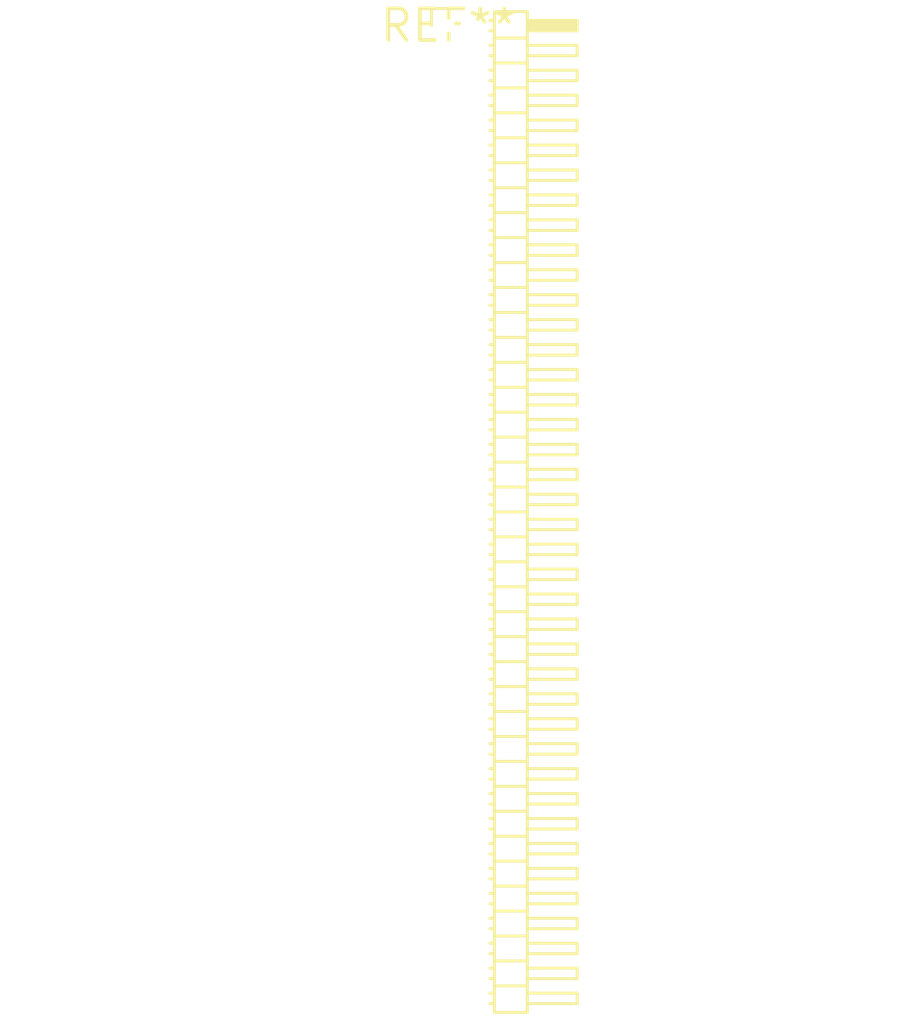
<source format=kicad_pcb>
(kicad_pcb (version 20240108) (generator pcbnew)
  (layers (0 "F.Cu" signal) (31 "B.Cu" signal) (34 "B.Paste" user) (35 "F.Paste" user) (36 "B.SilkS" user "B.Silkscreen") (37 "F.SilkS" user "F.Silkscreen") (38 "B.Mask" user) (39 "F.Mask" user) (44 "Edge.Cuts" user))
  (net 0 "")
  (footprint "PinHeader_2x40_P1.00mm_Horizontal" (layer "F.Cu") (at 0 0)
    (property "Reference" "REF**")
    (property "Value" "PinHeader_2x40_P1.00mm_Horizontal")
    (fp_line (start -0.685 -0.685) (end 0 -0.685) (layer "F.SilkS") (stroke (width 0.12)))
    (fp_line (start -0.685 0) (end -0.685 -0.685) (layer "F.SilkS") (stroke (width 0.12)))
    (fp_line (start 1.652016 -0.21) (end 1.84 -0.21) (layer "F.SilkS") (stroke (width 0.12)))
    (fp_line (start 1.652016 0.21) (end 1.84 0.21) (layer "F.SilkS") (stroke (width 0.12)))
    (fp_line (start 1.652016 0.79) (end 1.84 0.79) (layer "F.SilkS") (stroke (width 0.12)))
    (fp_line (start 1.652016 1.21) (end 1.84 1.21) (layer "F.SilkS") (stroke (width 0.12)))
    (fp_line (start 1.652016 1.79) (end 1.84 1.79) (layer "F.SilkS") (stroke (width 0.12)))
    (fp_line (start 1.652016 2.21) (end 1.84 2.21) (layer "F.SilkS") (stroke (width 0.12)))
    (fp_line (start 1.652016 2.79) (end 1.84 2.79) (layer "F.SilkS") (stroke (width 0.12)))
    (fp_line (start 1.652016 3.21) (end 1.84 3.21) (layer "F.SilkS") (stroke (width 0.12)))
    (fp_line (start 1.652016 3.79) (end 1.84 3.79) (layer "F.SilkS") (stroke (width 0.12)))
    (fp_line (start 1.652016 4.21) (end 1.84 4.21) (layer "F.SilkS") (stroke (width 0.12)))
    (fp_line (start 1.652016 4.79) (end 1.84 4.79) (layer "F.SilkS") (stroke (width 0.12)))
    (fp_line (start 1.652016 5.21) (end 1.84 5.21) (layer "F.SilkS") (stroke (width 0.12)))
    (fp_line (start 1.652016 5.79) (end 1.84 5.79) (layer "F.SilkS") (stroke (width 0.12)))
    (fp_line (start 1.652016 6.21) (end 1.84 6.21) (layer "F.SilkS") (stroke (width 0.12)))
    (fp_line (start 1.652016 6.79) (end 1.84 6.79) (layer "F.SilkS") (stroke (width 0.12)))
    (fp_line (start 1.652016 7.21) (end 1.84 7.21) (layer "F.SilkS") (stroke (width 0.12)))
    (fp_line (start 1.652016 7.79) (end 1.84 7.79) (layer "F.SilkS") (stroke (width 0.12)))
    (fp_line (start 1.652016 8.21) (end 1.84 8.21) (layer "F.SilkS") (stroke (width 0.12)))
    (fp_line (start 1.652016 8.79) (end 1.84 8.79) (layer "F.SilkS") (stroke (width 0.12)))
    (fp_line (start 1.652016 9.21) (end 1.84 9.21) (layer "F.SilkS") (stroke (width 0.12)))
    (fp_line (start 1.652016 9.79) (end 1.84 9.79) (layer "F.SilkS") (stroke (width 0.12)))
    (fp_line (start 1.652016 10.21) (end 1.84 10.21) (layer "F.SilkS") (stroke (width 0.12)))
    (fp_line (start 1.652016 10.79) (end 1.84 10.79) (layer "F.SilkS") (stroke (width 0.12)))
    (fp_line (start 1.652016 11.21) (end 1.84 11.21) (layer "F.SilkS") (stroke (width 0.12)))
    (fp_line (start 1.652016 11.79) (end 1.84 11.79) (layer "F.SilkS") (stroke (width 0.12)))
    (fp_line (start 1.652016 12.21) (end 1.84 12.21) (layer "F.SilkS") (stroke (width 0.12)))
    (fp_line (start 1.652016 12.79) (end 1.84 12.79) (layer "F.SilkS") (stroke (width 0.12)))
    (fp_line (start 1.652016 13.21) (end 1.84 13.21) (layer "F.SilkS") (stroke (width 0.12)))
    (fp_line (start 1.652016 13.79) (end 1.84 13.79) (layer "F.SilkS") (stroke (width 0.12)))
    (fp_line (start 1.652016 14.21) (end 1.84 14.21) (layer "F.SilkS") (stroke (width 0.12)))
    (fp_line (start 1.652016 14.79) (end 1.84 14.79) (layer "F.SilkS") (stroke (width 0.12)))
    (fp_line (start 1.652016 15.21) (end 1.84 15.21) (layer "F.SilkS") (stroke (width 0.12)))
    (fp_line (start 1.652016 15.79) (end 1.84 15.79) (layer "F.SilkS") (stroke (width 0.12)))
    (fp_line (start 1.652016 16.21) (end 1.84 16.21) (layer "F.SilkS") (stroke (width 0.12)))
    (fp_line (start 1.652016 16.79) (end 1.84 16.79) (layer "F.SilkS") (stroke (width 0.12)))
    (fp_line (start 1.652016 17.21) (end 1.84 17.21) (layer "F.SilkS") (stroke (width 0.12)))
    (fp_line (start 1.652016 17.79) (end 1.84 17.79) (layer "F.SilkS") (stroke (width 0.12)))
    (fp_line (start 1.652016 18.21) (end 1.84 18.21) (layer "F.SilkS") (stroke (width 0.12)))
    (fp_line (start 1.652016 18.79) (end 1.84 18.79) (layer "F.SilkS") (stroke (width 0.12)))
    (fp_line (start 1.652016 19.21) (end 1.84 19.21) (layer "F.SilkS") (stroke (width 0.12)))
    (fp_line (start 1.652016 19.79) (end 1.84 19.79) (layer "F.SilkS") (stroke (width 0.12)))
    (fp_line (start 1.652016 20.21) (end 1.84 20.21) (layer "F.SilkS") (stroke (width 0.12)))
    (fp_line (start 1.652016 20.79) (end 1.84 20.79) (layer "F.SilkS") (stroke (width 0.12)))
    (fp_line (start 1.652016 21.21) (end 1.84 21.21) (layer "F.SilkS") (stroke (width 0.12)))
    (fp_line (start 1.652016 21.79) (end 1.84 21.79) (layer "F.SilkS") (stroke (width 0.12)))
    (fp_line (start 1.652016 22.21) (end 1.84 22.21) (layer "F.SilkS") (stroke (width 0.12)))
    (fp_line (start 1.652016 22.79) (end 1.84 22.79) (layer "F.SilkS") (stroke (width 0.12)))
    (fp_line (start 1.652016 23.21) (end 1.84 23.21) (layer "F.SilkS") (stroke (width 0.12)))
    (fp_line (start 1.652016 23.79) (end 1.84 23.79) (layer "F.SilkS") (stroke (width 0.12)))
    (fp_line (start 1.652016 24.21) (end 1.84 24.21) (layer "F.SilkS") (stroke (width 0.12)))
    (fp_line (start 1.652016 24.79) (end 1.84 24.79) (layer "F.SilkS") (stroke (width 0.12)))
    (fp_line (start 1.652016 25.21) (end 1.84 25.21) (layer "F.SilkS") (stroke (width 0.12)))
    (fp_line (start 1.652016 25.79) (end 1.84 25.79) (layer "F.SilkS") (stroke (width 0.12)))
    (fp_line (start 1.652016 26.21) (end 1.84 26.21) (layer "F.SilkS") (stroke (width 0.12)))
    (fp_line (start 1.652016 26.79) (end 1.84 26.79) (layer "F.SilkS") (stroke (width 0.12)))
    (fp_line (start 1.652016 27.21) (end 1.84 27.21) (layer "F.SilkS") (stroke (width 0.12)))
    (fp_line (start 1.652016 27.79) (end 1.84 27.79) (layer "F.SilkS") (stroke (width 0.12)))
    (fp_line (start 1.652016 28.21) (end 1.84 28.21) (layer "F.SilkS") (stroke (width 0.12)))
    (fp_line (start 1.652016 28.79) (end 1.84 28.79) (layer "F.SilkS") (stroke (width 0.12)))
    (fp_line (start 1.652016 29.21) (end 1.84 29.21) (layer "F.SilkS") (stroke (width 0.12)))
    (fp_line (start 1.652016 29.79) (end 1.84 29.79) (layer "F.SilkS") (stroke (width 0.12)))
    (fp_line (start 1.652016 30.21) (end 1.84 30.21) (layer "F.SilkS") (stroke (width 0.12)))
    (fp_line (start 1.652016 30.79) (end 1.84 30.79) (layer "F.SilkS") (stroke (width 0.12)))
    (fp_line (start 1.652016 31.21) (end 1.84 31.21) (layer "F.SilkS") (stroke (width 0.12)))
    (fp_line (start 1.652016 31.79) (end 1.84 31.79) (layer "F.SilkS") (stroke (width 0.12)))
    (fp_line (start 1.652016 32.21) (end 1.84 32.21) (layer "F.SilkS") (stroke (width 0.12)))
    (fp_line (start 1.652016 32.79) (end 1.84 32.79) (layer "F.SilkS") (stroke (width 0.12)))
    (fp_line (start 1.652016 33.21) (end 1.84 33.21) (layer "F.SilkS") (stroke (width 0.12)))
    (fp_line (start 1.652016 33.79) (end 1.84 33.79) (layer "F.SilkS") (stroke (width 0.12)))
    (fp_line (start 1.652016 34.21) (end 1.84 34.21) (layer "F.SilkS") (stroke (width 0.12)))
    (fp_line (start 1.652016 34.79) (end 1.84 34.79) (layer "F.SilkS") (stroke (width 0.12)))
    (fp_line (start 1.652016 35.21) (end 1.84 35.21) (layer "F.SilkS") (stroke (width 0.12)))
    (fp_line (start 1.652016 35.79) (end 1.84 35.79) (layer "F.SilkS") (stroke (width 0.12)))
    (fp_line (start 1.652016 36.21) (end 1.84 36.21) (layer "F.SilkS") (stroke (width 0.12)))
    (fp_line (start 1.652016 36.79) (end 1.84 36.79) (layer "F.SilkS") (stroke (width 0.12)))
    (fp_line (start 1.652016 37.21) (end 1.84 37.21) (layer "F.SilkS") (stroke (width 0.12)))
    (fp_line (start 1.652016 37.79) (end 1.84 37.79) (layer "F.SilkS") (stroke (width 0.12)))
    (fp_line (start 1.652016 38.21) (end 1.84 38.21) (layer "F.SilkS") (stroke (width 0.12)))
    (fp_line (start 1.652016 38.79) (end 1.84 38.79) (layer "F.SilkS") (stroke (width 0.12)))
    (fp_line (start 1.652016 39.21) (end 1.84 39.21) (layer "F.SilkS") (stroke (width 0.12)))
    (fp_line (start 1.84 -0.56) (end 1.84 39.56) (layer "F.SilkS") (stroke (width 0.12)))
    (fp_line (start 1.84 0.5) (end 3.16 0.5) (layer "F.SilkS") (stroke (width 0.12)))
    (fp_line (start 1.84 1.5) (end 3.16 1.5) (layer "F.SilkS") (stroke (width 0.12)))
    (fp_line (start 1.84 2.5) (end 3.16 2.5) (layer "F.SilkS") (stroke (width 0.12)))
    (fp_line (start 1.84 3.5) (end 3.16 3.5) (layer "F.SilkS") (stroke (width 0.12)))
    (fp_line (start 1.84 4.5) (end 3.16 4.5) (layer "F.SilkS") (stroke (width 0.12)))
    (fp_line (start 1.84 5.5) (end 3.16 5.5) (layer "F.SilkS") (stroke (width 0.12)))
    (fp_line (start 1.84 6.5) (end 3.16 6.5) (layer "F.SilkS") (stroke (width 0.12)))
    (fp_line (start 1.84 7.5) (end 3.16 7.5) (layer "F.SilkS") (stroke (width 0.12)))
    (fp_line (start 1.84 8.5) (end 3.16 8.5) (layer "F.SilkS") (stroke (width 0.12)))
    (fp_line (start 1.84 9.5) (end 3.16 9.5) (layer "F.SilkS") (stroke (width 0.12)))
    (fp_line (start 1.84 10.5) (end 3.16 10.5) (layer "F.SilkS") (stroke (width 0.12)))
    (fp_line (start 1.84 11.5) (end 3.16 11.5) (layer "F.SilkS") (stroke (width 0.12)))
    (fp_line (start 1.84 12.5) (end 3.16 12.5) (layer "F.SilkS") (stroke (width 0.12)))
    (fp_line (start 1.84 13.5) (end 3.16 13.5) (layer "F.SilkS") (stroke (width 0.12)))
    (fp_line (start 1.84 14.5) (end 3.16 14.5) (layer "F.SilkS") (stroke (width 0.12)))
    (fp_line (start 1.84 15.5) (end 3.16 15.5) (layer "F.SilkS") (stroke (width 0.12)))
    (fp_line (start 1.84 16.5) (end 3.16 16.5) (layer "F.SilkS") (stroke (width 0.12)))
    (fp_line (start 1.84 17.5) (end 3.16 17.5) (layer "F.SilkS") (stroke (width 0.12)))
    (fp_line (start 1.84 18.5) (end 3.16 18.5) (layer "F.SilkS") (stroke (width 0.12)))
    (fp_line (start 1.84 19.5) (end 3.16 19.5) (layer "F.SilkS") (stroke (width 0.12)))
    (fp_line (start 1.84 20.5) (end 3.16 20.5) (layer "F.SilkS") (stroke (width 0.12)))
    (fp_line (start 1.84 21.5) (end 3.16 21.5) (layer "F.SilkS") (stroke (width 0.12)))
    (fp_line (start 1.84 22.5) (end 3.16 22.5) (layer "F.SilkS") (stroke (width 0.12)))
    (fp_line (start 1.84 23.5) (end 3.16 23.5) (layer "F.SilkS") (stroke (width 0.12)))
    (fp_line (start 1.84 24.5) (end 3.16 24.5) (layer "F.SilkS") (stroke (width 0.12)))
    (fp_line (start 1.84 25.5) (end 3.16 25.5) (layer "F.SilkS") (stroke (width 0.12)))
    (fp_line (start 1.84 26.5) (end 3.16 26.5) (layer "F.SilkS") (stroke (width 0.12)))
    (fp_line (start 1.84 27.5) (end 3.16 27.5) (layer "F.SilkS") (stroke (width 0.12)))
    (fp_line (start 1.84 28.5) (end 3.16 28.5) (layer "F.SilkS") (stroke (width 0.12)))
    (fp_line (start 1.84 29.5) (end 3.16 29.5) (layer "F.SilkS") (stroke (width 0.12)))
    (fp_line (start 1.84 30.5) (end 3.16 30.5) (layer "F.SilkS") (stroke (width 0.12)))
    (fp_line (start 1.84 31.5) (end 3.16 31.5) (layer "F.SilkS") (stroke (width 0.12)))
    (fp_line (start 1.84 32.5) (end 3.16 32.5) (layer "F.SilkS") (stroke (width 0.12)))
    (fp_line (start 1.84 33.5) (end 3.16 33.5) (layer "F.SilkS") (stroke (width 0.12)))
    (fp_line (start 1.84 34.5) (end 3.16 34.5) (layer "F.SilkS") (stroke (width 0.12)))
    (fp_line (start 1.84 35.5) (end 3.16 35.5) (layer "F.SilkS") (stroke (width 0.12)))
    (fp_line (start 1.84 36.5) (end 3.16 36.5) (layer "F.SilkS") (stroke (width 0.12)))
    (fp_line (start 1.84 37.5) (end 3.16 37.5) (layer "F.SilkS") (stroke (width 0.12)))
    (fp_line (start 1.84 38.5) (end 3.16 38.5) (layer "F.SilkS") (stroke (width 0.12)))
    (fp_line (start 1.84 39.56) (end 3.16 39.56) (layer "F.SilkS") (stroke (width 0.12)))
    (fp_line (start 3.16 -0.56) (end 1.84 -0.56) (layer "F.SilkS") (stroke (width 0.12)))
    (fp_line (start 3.16 -0.21) (end 5.16 -0.21) (layer "F.SilkS") (stroke (width 0.12)))
    (fp_line (start 3.16 -0.15) (end 5.16 -0.15) (layer "F.SilkS") (stroke (width 0.12)))
    (fp_line (start 3.16 -0.03) (end 5.16 -0.03) (layer "F.SilkS") (stroke (width 0.12)))
    (fp_line (start 3.16 0.09) (end 5.16 0.09) (layer "F.SilkS") (stroke (width 0.12)))
    (fp_line (start 3.16 0.79) (end 5.16 0.79) (layer "F.SilkS") (stroke (width 0.12)))
    (fp_line (start 3.16 1.79) (end 5.16 1.79) (layer "F.SilkS") (stroke (width 0.12)))
    (fp_line (start 3.16 2.79) (end 5.16 2.79) (layer "F.SilkS") (stroke (width 0.12)))
    (fp_line (start 3.16 3.79) (end 5.16 3.79) (layer "F.SilkS") (stroke (width 0.12)))
    (fp_line (start 3.16 4.79) (end 5.16 4.79) (layer "F.SilkS") (stroke (width 0.12)))
    (fp_line (start 3.16 5.79) (end 5.16 5.79) (layer "F.SilkS") (stroke (width 0.12)))
    (fp_line (start 3.16 6.79) (end 5.16 6.79) (layer "F.SilkS") (stroke (width 0.12)))
    (fp_line (start 3.16 7.79) (end 5.16 7.79) (layer "F.SilkS") (stroke (width 0.12)))
    (fp_line (start 3.16 8.79) (end 5.16 8.79) (layer "F.SilkS") (stroke (width 0.12)))
    (fp_line (start 3.16 9.79) (end 5.16 9.79) (layer "F.SilkS") (stroke (width 0.12)))
    (fp_line (start 3.16 10.79) (end 5.16 10.79) (layer "F.SilkS") (stroke (width 0.12)))
    (fp_line (start 3.16 11.79) (end 5.16 11.79) (layer "F.SilkS") (stroke (width 0.12)))
    (fp_line (start 3.16 12.79) (end 5.16 12.79) (layer "F.SilkS") (stroke (width 0.12)))
    (fp_line (start 3.16 13.79) (end 5.16 13.79) (layer "F.SilkS") (stroke (width 0.12)))
    (fp_line (start 3.16 14.79) (end 5.16 14.79) (layer "F.SilkS") (stroke (width 0.12)))
    (fp_line (start 3.16 15.79) (end 5.16 15.79) (layer "F.SilkS") (stroke (width 0.12)))
    (fp_line (start 3.16 16.79) (end 5.16 16.79) (layer "F.SilkS") (stroke (width 0.12)))
    (fp_line (start 3.16 17.79) (end 5.16 17.79) (layer "F.SilkS") (stroke (width 0.12)))
    (fp_line (start 3.16 18.79) (end 5.16 18.79) (layer "F.SilkS") (stroke (width 0.12)))
    (fp_line (start 3.16 19.79) (end 5.16 19.79) (layer "F.SilkS") (stroke (width 0.12)))
    (fp_line (start 3.16 20.79) (end 5.16 20.79) (layer "F.SilkS") (stroke (width 0.12)))
    (fp_line (start 3.16 21.79) (end 5.16 21.79) (layer "F.SilkS") (stroke (width 0.12)))
    (fp_line (start 3.16 22.79) (end 5.16 22.79) (layer "F.SilkS") (stroke (width 0.12)))
    (fp_line (start 3.16 23.79) (end 5.16 23.79) (layer "F.SilkS") (stroke (width 0.12)))
    (fp_line (start 3.16 24.79) (end 5.16 24.79) (layer "F.SilkS") (stroke (width 0.12)))
    (fp_line (start 3.16 25.79) (end 5.16 25.79) (layer "F.SilkS") (stroke (width 0.12)))
    (fp_line (start 3.16 26.79) (end 5.16 26.79) (layer "F.SilkS") (stroke (width 0.12)))
    (fp_line (start 3.16 27.79) (end 5.16 27.79) (layer "F.SilkS") (stroke (width 0.12)))
    (fp_line (start 3.16 28.79) (end 5.16 28.79) (layer "F.SilkS") (stroke (width 0.12)))
    (fp_line (start 3.16 29.79) (end 5.16 29.79) (layer "F.SilkS") (stroke (width 0.12)))
    (fp_line (start 3.16 30.79) (end 5.16 30.79) (layer "F.SilkS") (stroke (width 0.12)))
    (fp_line (start 3.16 31.79) (end 5.16 31.79) (layer "F.SilkS") (stroke (width 0.12)))
    (fp_line (start 3.16 32.79) (end 5.16 32.79) (layer "F.SilkS") (stroke (width 0.12)))
    (fp_line (start 3.16 33.79) (end 5.16 33.79) (layer "F.SilkS") (stroke (width 0.12)))
    (fp_line (start 3.16 34.79) (end 5.16 34.79) (layer "F.SilkS") (stroke (width 0.12)))
    (fp_line (start 3.16 35.79) (end 5.16 35.79) (layer "F.SilkS") (stroke (width 0.12)))
    (fp_line (start 3.16 36.79) (end 5.16 36.79) (layer "F.SilkS") (stroke (width 0.12)))
    (fp_line (start 3.16 37.79) (end 5.16 37.79) (layer "F.SilkS") (stroke (width 0.12)))
    (fp_line (start 3.16 38.79) (end 5.16 38.79) (layer "F.SilkS") (stroke (width 0.12)))
    (fp_line (start 3.16 39.56) (end 3.16 -0.56) (layer "F.SilkS") (stroke (width 0.12)))
    (fp_line (start 5.16 -0.21) (end 5.16 0.21) (layer "F.SilkS") (stroke (width 0.12)))
    (fp_line (start 5.16 0.21) (end 3.16 0.21) (layer "F.SilkS") (stroke (width 0.12)))
    (fp_line (start 5.16 0.79) (end 5.16 1.21) (layer "F.SilkS") (stroke (width 0.12)))
    (fp_line (start 5.16 1.21) (end 3.16 1.21) (layer "F.SilkS") (stroke (width 0.12)))
    (fp_line (start 5.16 1.79) (end 5.16 2.21) (layer "F.SilkS") (stroke (width 0.12)))
    (fp_line (start 5.16 2.21) (end 3.16 2.21) (layer "F.SilkS") (stroke (width 0.12)))
    (fp_line (start 5.16 2.79) (end 5.16 3.21) (layer "F.SilkS") (stroke (width 0.12)))
    (fp_line (start 5.16 3.21) (end 3.16 3.21) (layer "F.SilkS") (stroke (width 0.12)))
    (fp_line (start 5.16 3.79) (end 5.16 4.21) (layer "F.SilkS") (stroke (width 0.12)))
    (fp_line (start 5.16 4.21) (end 3.16 4.21) (layer "F.SilkS") (stroke (width 0.12)))
    (fp_line (start 5.16 4.79) (end 5.16 5.21) (layer "F.SilkS") (stroke (width 0.12)))
    (fp_line (start 5.16 5.21) (end 3.16 5.21) (layer "F.SilkS") (stroke (width 0.12)))
    (fp_line (start 5.16 5.79) (end 5.16 6.21) (layer "F.SilkS") (stroke (width 0.12)))
    (fp_line (start 5.16 6.21) (end 3.16 6.21) (layer "F.SilkS") (stroke (width 0.12)))
    (fp_line (start 5.16 6.79) (end 5.16 7.21) (layer "F.SilkS") (stroke (width 0.12)))
    (fp_line (start 5.16 7.21) (end 3.16 7.21) (layer "F.SilkS") (stroke (width 0.12)))
    (fp_line (start 5.16 7.79) (end 5.16 8.21) (layer "F.SilkS") (stroke (width 0.12)))
    (fp_line (start 5.16 8.21) (end 3.16 8.21) (layer "F.SilkS") (stroke (width 0.12)))
    (fp_line (start 5.16 8.79) (end 5.16 9.21) (layer "F.SilkS") (stroke (width 0.12)))
    (fp_line (start 5.16 9.21) (end 3.16 9.21) (layer "F.SilkS") (stroke (width 0.12)))
    (fp_line (start 5.16 9.79) (end 5.16 10.21) (layer "F.SilkS") (stroke (width 0.12)))
    (fp_line (start 5.16 10.21) (end 3.16 10.21) (layer "F.SilkS") (stroke (width 0.12)))
    (fp_line (start 5.16 10.79) (end 5.16 11.21) (layer "F.SilkS") (stroke (width 0.12)))
    (fp_line (start 5.16 11.21) (end 3.16 11.21) (layer "F.SilkS") (stroke (width 0.12)))
    (fp_line (start 5.16 11.79) (end 5.16 12.21) (layer "F.SilkS") (stroke (width 0.12)))
    (fp_line (start 5.16 12.21) (end 3.16 12.21) (layer "F.SilkS") (stroke (width 0.12)))
    (fp_line (start 5.16 12.79) (end 5.16 13.21) (layer "F.SilkS") (stroke (width 0.12)))
    (fp_line (start 5.16 13.21) (end 3.16 13.21) (layer "F.SilkS") (stroke (width 0.12)))
    (fp_line (start 5.16 13.79) (end 5.16 14.21) (layer "F.SilkS") (stroke (width 0.12)))
    (fp_line (start 5.16 14.21) (end 3.16 14.21) (layer "F.SilkS") (stroke (width 0.12)))
    (fp_line (start 5.16 14.79) (end 5.16 15.21) (layer "F.SilkS") (stroke (width 0.12)))
    (fp_line (start 5.16 15.21) (end 3.16 15.21) (layer "F.SilkS") (stroke (width 0.12)))
    (fp_line (start 5.16 15.79) (end 5.16 16.21) (layer "F.SilkS") (stroke (width 0.12)))
    (fp_line (start 5.16 16.21) (end 3.16 16.21) (layer "F.SilkS") (stroke (width 0.12)))
    (fp_line (start 5.16 16.79) (end 5.16 17.21) (layer "F.SilkS") (stroke (width 0.12)))
    (fp_line (start 5.16 17.21) (end 3.16 17.21) (layer "F.SilkS") (stroke (width 0.12)))
    (fp_line (start 5.16 17.79) (end 5.16 18.21) (layer "F.SilkS") (stroke (width 0.12)))
    (fp_line (start 5.16 18.21) (end 3.16 18.21) (layer "F.SilkS") (stroke (width 0.12)))
    (fp_line (start 5.16 18.79) (end 5.16 19.21) (layer "F.SilkS") (stroke (width 0.12)))
    (fp_line (start 5.16 19.21) (end 3.16 19.21) (layer "F.SilkS") (stroke (width 0.12)))
    (fp_line (start 5.16 19.79) (end 5.16 20.21) (layer "F.SilkS") (stroke (width 0.12)))
    (fp_line (start 5.16 20.21) (end 3.16 20.21) (layer "F.SilkS") (stroke (width 0.12)))
    (fp_line (start 5.16 20.79) (end 5.16 21.21) (layer "F.SilkS") (stroke (width 0.12)))
    (fp_line (start 5.16 21.21) (end 3.16 21.21) (layer "F.SilkS") (stroke (width 0.12)))
    (fp_line (start 5.16 21.79) (end 5.16 22.21) (layer "F.SilkS") (stroke (width 0.12)))
    (fp_line (start 5.16 22.21) (end 3.16 22.21) (layer "F.SilkS") (stroke (width 0.12)))
    (fp_line (start 5.16 22.79) (end 5.16 23.21) (layer "F.SilkS") (stroke (width 0.12)))
    (fp_line (start 5.16 23.21) (end 3.16 23.21) (layer "F.SilkS") (stroke (width 0.12)))
    (fp_line (start 5.16 23.79) (end 5.16 24.21) (layer "F.SilkS") (stroke (width 0.12)))
    (fp_line (start 5.16 24.21) (end 3.16 24.21) (layer "F.SilkS") (stroke (width 0.12)))
    (fp_line (start 5.16 24.79) (end 5.16 25.21) (layer "F.SilkS") (stroke (width 0.12)))
    (fp_line (start 5.16 25.21) (end 3.16 25.21) (layer "F.SilkS") (stroke (width 0.12)))
    (fp_line (start 5.16 25.79) (end 5.16 26.21) (layer "F.SilkS") (stroke (width 0.12)))
    (fp_line (start 5.16 26.21) (end 3.16 26.21) (layer "F.SilkS") (stroke (width 0.12)))
    (fp_line (start 5.16 26.79) (end 5.16 27.21) (layer "F.SilkS") (stroke (width 0.12)))
    (fp_line (start 5.16 27.21) (end 3.16 27.21) (layer "F.SilkS") (stroke (width 0.12)))
    (fp_line (start 5.16 27.79) (end 5.16 28.21) (layer "F.SilkS") (stroke (width 0.12)))
    (fp_line (start 5.16 28.21) (end 3.16 28.21) (layer "F.SilkS") (stroke (width 0.12)))
    (fp_line (start 5.16 28.79) (end 5.16 29.21) (layer "F.SilkS") (stroke (width 0.12)))
    (fp_line (start 5.16 29.21) (end 3.16 29.21) (layer "F.SilkS") (stroke (width 0.12)))
    (fp_line (start 5.16 29.79) (end 5.16 30.21) (layer "F.SilkS") (stroke (width 0.12)))
    (fp_line (start 5.16 30.21) (end 3.16 30.21) (layer "F.SilkS") (stroke (width 0.12)))
    (fp_line (start 5.16 30.79) (end 5.16 31.21) (layer "F.SilkS") (stroke (width 0.12)))
    (fp_line (start 5.16 31.21) (end 3.16 31.21) (layer "F.SilkS") (stroke (width 0.12)))
    (fp_line (start 5.16 31.79) (end 5.16 32.21) (layer "F.SilkS") (stroke (width 0.12)))
    (fp_line (start 5.16 32.21) (end 3.16 32.21) (layer "F.SilkS") (stroke (width 0.12)))
    (fp_line (start 5.16 32.79) (end 5.16 33.21) (layer "F.SilkS") (stroke (width 0.12)))
    (fp_line (start 5.16 33.21) (end 3.16 33.21) (layer "F.SilkS") (stroke (width 0.12)))
    (fp_line (start 5.16 33.79) (end 5.16 34.21) (layer "F.SilkS") (stroke (width 0.12)))
    (fp_line (start 5.16 34.21) (end 3.16 34.21) (layer "F.SilkS") (stroke (width 0.12)))
    (fp_line (start 5.16 34.79) (end 5.16 35.21) (layer "F.SilkS") (stroke (width 0.12)))
    (fp_line (start 5.16 35.21) (end 3.16 35.21) (layer "F.SilkS") (stroke (width 0.12)))
    (fp_line (start 5.16 35.79) (end 5.16 36.21) (layer "F.SilkS") (stroke (width 0.12)))
    (fp_line (start 5.16 36.21) (end 3.16 36.21) (layer "F.SilkS") (stroke (width 0.12)))
    (fp_line (start 5.16 36.79) (end 5.16 37.21) (layer "F.SilkS") (stroke (width 0.12)))
    (fp_line (start 5.16 37.21) (end 3.16 37.21) (layer "F.SilkS") (stroke (width 0.12)))
    (fp_line (start 5.16 37.79) (end 5.16 38.21) (layer "F.SilkS") (stroke (width 0.12)))
    (fp_line (start 5.16 38.21) (end 3.16 38.21) (layer "F.SilkS") (stroke (width 0.12)))
    (fp_line (start 5.16 38.79) (end 5.16 39.21) (layer "F.SilkS") (stroke (width 0.12)))
    (fp_line (start 5.16 39.21) (end 3.16 39.21) (layer "F.SilkS") (stroke (width 0.12)))
    (pad "1" thru_hole rect (at 0 0) (size 0.85 0.85) (drill 0.5) (layers *.Cu *.Mask) (remove_unused_layers))
    (pad "2" thru_hole oval (at 1 0) (size 0.85 0.85) (drill 0.5) (layers *.Cu *.Mask) (remove_unused_layers))
    (pad "3" thru_hole oval (at 0 1) (size 0.85 0.85) (drill 0.5) (layers *.Cu *.Mask) (remove_unused_layers))
    (pad "4" thru_hole oval (at 1 1) (size 0.85 0.85) (drill 0.5) (layers *.Cu *.Mask) (remove_unused_layers))
    (pad "5" thru_hole oval (at 0 2) (size 0.85 0.85) (drill 0.5) (layers *.Cu *.Mask) (remove_unused_layers))
    (pad "6" thru_hole oval (at 1 2) (size 0.85 0.85) (drill 0.5) (layers *.Cu *.Mask) (remove_unused_layers))
    (pad "7" thru_hole oval (at 0 3) (size 0.85 0.85) (drill 0.5) (layers *.Cu *.Mask) (remove_unused_layers))
    (pad "8" thru_hole oval (at 1 3) (size 0.85 0.85) (drill 0.5) (layers *.Cu *.Mask) (remove_unused_layers))
    (pad "9" thru_hole oval (at 0 4) (size 0.85 0.85) (drill 0.5) (layers *.Cu *.Mask) (remove_unused_layers))
    (pad "10" thru_hole oval (at 1 4) (size 0.85 0.85) (drill 0.5) (layers *.Cu *.Mask) (remove_unused_layers))
    (pad "11" thru_hole oval (at 0 5) (size 0.85 0.85) (drill 0.5) (layers *.Cu *.Mask) (remove_unused_layers))
    (pad "12" thru_hole oval (at 1 5) (size 0.85 0.85) (drill 0.5) (layers *.Cu *.Mask) (remove_unused_layers))
    (pad "13" thru_hole oval (at 0 6) (size 0.85 0.85) (drill 0.5) (layers *.Cu *.Mask) (remove_unused_layers))
    (pad "14" thru_hole oval (at 1 6) (size 0.85 0.85) (drill 0.5) (layers *.Cu *.Mask) (remove_unused_layers))
    (pad "15" thru_hole oval (at 0 7) (size 0.85 0.85) (drill 0.5) (layers *.Cu *.Mask) (remove_unused_layers))
    (pad "16" thru_hole oval (at 1 7) (size 0.85 0.85) (drill 0.5) (layers *.Cu *.Mask) (remove_unused_layers))
    (pad "17" thru_hole oval (at 0 8) (size 0.85 0.85) (drill 0.5) (layers *.Cu *.Mask) (remove_unused_layers))
    (pad "18" thru_hole oval (at 1 8) (size 0.85 0.85) (drill 0.5) (layers *.Cu *.Mask) (remove_unused_layers))
    (pad "19" thru_hole oval (at 0 9) (size 0.85 0.85) (drill 0.5) (layers *.Cu *.Mask) (remove_unused_layers))
    (pad "20" thru_hole oval (at 1 9) (size 0.85 0.85) (drill 0.5) (layers *.Cu *.Mask) (remove_unused_layers))
    (pad "21" thru_hole oval (at 0 10) (size 0.85 0.85) (drill 0.5) (layers *.Cu *.Mask) (remove_unused_layers))
    (pad "22" thru_hole oval (at 1 10) (size 0.85 0.85) (drill 0.5) (layers *.Cu *.Mask) (remove_unused_layers))
    (pad "23" thru_hole oval (at 0 11) (size 0.85 0.85) (drill 0.5) (layers *.Cu *.Mask) (remove_unused_layers))
    (pad "24" thru_hole oval (at 1 11) (size 0.85 0.85) (drill 0.5) (layers *.Cu *.Mask) (remove_unused_layers))
    (pad "25" thru_hole oval (at 0 12) (size 0.85 0.85) (drill 0.5) (layers *.Cu *.Mask) (remove_unused_layers))
    (pad "26" thru_hole oval (at 1 12) (size 0.85 0.85) (drill 0.5) (layers *.Cu *.Mask) (remove_unused_layers))
    (pad "27" thru_hole oval (at 0 13) (size 0.85 0.85) (drill 0.5) (layers *.Cu *.Mask) (remove_unused_layers))
    (pad "28" thru_hole oval (at 1 13) (size 0.85 0.85) (drill 0.5) (layers *.Cu *.Mask) (remove_unused_layers))
    (pad "29" thru_hole oval (at 0 14) (size 0.85 0.85) (drill 0.5) (layers *.Cu *.Mask) (remove_unused_layers))
    (pad "30" thru_hole oval (at 1 14) (size 0.85 0.85) (drill 0.5) (layers *.Cu *.Mask) (remove_unused_layers))
    (pad "31" thru_hole oval (at 0 15) (size 0.85 0.85) (drill 0.5) (layers *.Cu *.Mask) (remove_unused_layers))
    (pad "32" thru_hole oval (at 1 15) (size 0.85 0.85) (drill 0.5) (layers *.Cu *.Mask) (remove_unused_layers))
    (pad "33" thru_hole oval (at 0 16) (size 0.85 0.85) (drill 0.5) (layers *.Cu *.Mask) (remove_unused_layers))
    (pad "34" thru_hole oval (at 1 16) (size 0.85 0.85) (drill 0.5) (layers *.Cu *.Mask) (remove_unused_layers))
    (pad "35" thru_hole oval (at 0 17) (size 0.85 0.85) (drill 0.5) (layers *.Cu *.Mask) (remove_unused_layers))
    (pad "36" thru_hole oval (at 1 17) (size 0.85 0.85) (drill 0.5) (layers *.Cu *.Mask) (remove_unused_layers))
    (pad "37" thru_hole oval (at 0 18) (size 0.85 0.85) (drill 0.5) (layers *.Cu *.Mask) (remove_unused_layers))
    (pad "38" thru_hole oval (at 1 18) (size 0.85 0.85) (drill 0.5) (layers *.Cu *.Mask) (remove_unused_layers))
    (pad "39" thru_hole oval (at 0 19) (size 0.85 0.85) (drill 0.5) (layers *.Cu *.Mask) (remove_unused_layers))
    (pad "40" thru_hole oval (at 1 19) (size 0.85 0.85) (drill 0.5) (layers *.Cu *.Mask) (remove_unused_layers))
    (pad "41" thru_hole oval (at 0 20) (size 0.85 0.85) (drill 0.5) (layers *.Cu *.Mask) (remove_unused_layers))
    (pad "42" thru_hole oval (at 1 20) (size 0.85 0.85) (drill 0.5) (layers *.Cu *.Mask) (remove_unused_layers))
    (pad "43" thru_hole oval (at 0 21) (size 0.85 0.85) (drill 0.5) (layers *.Cu *.Mask) (remove_unused_layers))
    (pad "44" thru_hole oval (at 1 21) (size 0.85 0.85) (drill 0.5) (layers *.Cu *.Mask) (remove_unused_layers))
    (pad "45" thru_hole oval (at 0 22) (size 0.85 0.85) (drill 0.5) (layers *.Cu *.Mask) (remove_unused_layers))
    (pad "46" thru_hole oval (at 1 22) (size 0.85 0.85) (drill 0.5) (layers *.Cu *.Mask) (remove_unused_layers))
    (pad "47" thru_hole oval (at 0 23) (size 0.85 0.85) (drill 0.5) (layers *.Cu *.Mask) (remove_unused_layers))
    (pad "48" thru_hole oval (at 1 23) (size 0.85 0.85) (drill 0.5) (layers *.Cu *.Mask) (remove_unused_layers))
    (pad "49" thru_hole oval (at 0 24) (size 0.85 0.85) (drill 0.5) (layers *.Cu *.Mask) (remove_unused_layers))
    (pad "50" thru_hole oval (at 1 24) (size 0.85 0.85) (drill 0.5) (layers *.Cu *.Mask) (remove_unused_layers))
    (pad "51" thru_hole oval (at 0 25) (size 0.85 0.85) (drill 0.5) (layers *.Cu *.Mask) (remove_unused_layers))
    (pad "52" thru_hole oval (at 1 25) (size 0.85 0.85) (drill 0.5) (layers *.Cu *.Mask) (remove_unused_layers))
    (pad "53" thru_hole oval (at 0 26) (size 0.85 0.85) (drill 0.5) (layers *.Cu *.Mask) (remove_unused_layers))
    (pad "54" thru_hole oval (at 1 26) (size 0.85 0.85) (drill 0.5) (layers *.Cu *.Mask) (remove_unused_layers))
    (pad "55" thru_hole oval (at 0 27) (size 0.85 0.85) (drill 0.5) (layers *.Cu *.Mask) (remove_unused_layers))
    (pad "56" thru_hole oval (at 1 27) (size 0.85 0.85) (drill 0.5) (layers *.Cu *.Mask) (remove_unused_layers))
    (pad "57" thru_hole oval (at 0 28) (size 0.85 0.85) (drill 0.5) (layers *.Cu *.Mask) (remove_unused_layers))
    (pad "58" thru_hole oval (at 1 28) (size 0.85 0.85) (drill 0.5) (layers *.Cu *.Mask) (remove_unused_layers))
    (pad "59" thru_hole oval (at 0 29) (size 0.85 0.85) (drill 0.5) (layers *.Cu *.Mask) (remove_unused_layers))
    (pad "60" thru_hole oval (at 1 29) (size 0.85 0.85) (drill 0.5) (layers *.Cu *.Mask) (remove_unused_layers))
    (pad "61" thru_hole oval (at 0 30) (size 0.85 0.85) (drill 0.5) (layers *.Cu *.Mask) (remove_unused_layers))
    (pad "62" thru_hole oval (at 1 30) (size 0.85 0.85) (drill 0.5) (layers *.Cu *.Mask) (remove_unused_layers))
    (pad "63" thru_hole oval (at 0 31) (size 0.85 0.85) (drill 0.5) (layers *.Cu *.Mask) (remove_unused_layers))
    (pad "64" thru_hole oval (at 1 31) (size 0.85 0.85) (drill 0.5) (layers *.Cu *.Mask) (remove_unused_layers))
    (pad "65" thru_hole oval (at 0 32) (size 0.85 0.85) (drill 0.5) (layers *.Cu *.Mask) (remove_unused_layers))
    (pad "66" thru_hole oval (at 1 32) (size 0.85 0.85) (drill 0.5) (layers *.Cu *.Mask) (remove_unused_layers))
    (pad "67" thru_hole oval (at 0 33) (size 0.85 0.85) (drill 0.5) (layers *.Cu *.Mask) (remove_unused_layers))
    (pad "68" thru_hole oval (at 1 33) (size 0.85 0.85) (drill 0.5) (layers *.Cu *.Mask) (remove_unused_layers))
    (pad "69" thru_hole oval (at 0 34) (size 0.85 0.85) (drill 0.5) (layers *.Cu *.Mask) (remove_unused_layers))
    (pad "70" thru_hole oval (at 1 34) (size 0.85 0.85) (drill 0.5) (layers *.Cu *.Mask) (remove_unused_layers))
    (pad "71" thru_hole oval (at 0 35) (size 0.85 0.85) (drill 0.5) (layers *.Cu *.Mask) (remove_unused_layers))
    (pad "72" thru_hole oval (at 1 35) (size 0.85 0.85) (drill 0.5) (layers *.Cu *.Mask) (remove_unused_layers))
    (pad "73" thru_hole oval (at 0 36) (size 0.85 0.85) (drill 0.5) (layers *.Cu *.Mask) (remove_unused_layers))
    (pad "74" thru_hole oval (at 1 36) (size 0.85 0.85) (drill 0.5) (layers *.Cu *.Mask) (remove_unused_layers))
    (pad "75" thru_hole oval (at 0 37) (size 0.85 0.85) (drill 0.5) (layers *.Cu *.Mask) (remove_unused_layers))
    (pad "76" thru_hole oval (at 1 37) (size 0.85 0.85) (drill 0.5) (layers *.Cu *.Mask) (remove_unused_layers))
    (pad "77" thru_hole oval (at 0 38) (size 0.85 0.85) (drill 0.5) (layers *.Cu *.Mask) (remove_unused_layers))
    (pad "78" thru_hole oval (at 1 38) (size 0.85 0.85) (drill 0.5) (layers *.Cu *.Mask) (remove_unused_layers))
    (pad "79" thru_hole oval (at 0 39) (size 0.85 0.85) (drill 0.5) (layers *.Cu *.Mask) (remove_unused_layers))
    (pad "80" thru_hole oval (at 1 39) (size 0.85 0.85) (drill 0.5) (layers *.Cu *.Mask) (remove_unused_layers))
  )
)
</source>
